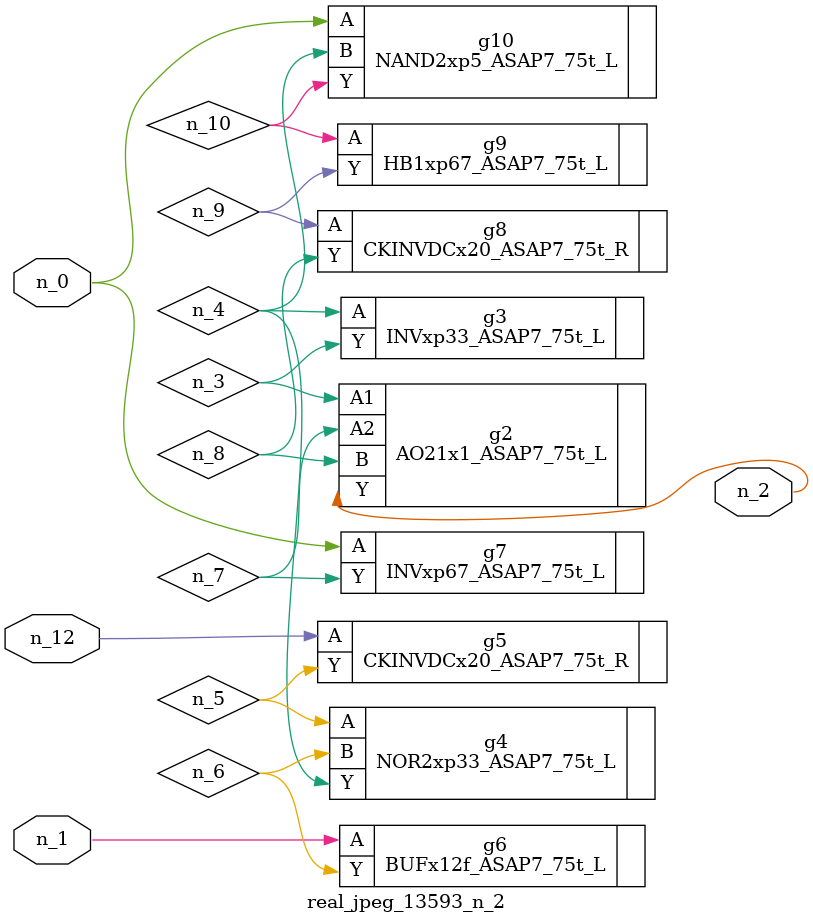
<source format=v>
module real_jpeg_13593_n_2 (n_12, n_1, n_0, n_2);

input n_12;
input n_1;
input n_0;

output n_2;

wire n_5;
wire n_4;
wire n_8;
wire n_6;
wire n_7;
wire n_3;
wire n_10;
wire n_9;

INVxp67_ASAP7_75t_L g7 ( 
.A(n_0),
.Y(n_7)
);

NAND2xp5_ASAP7_75t_L g10 ( 
.A(n_0),
.B(n_4),
.Y(n_10)
);

BUFx12f_ASAP7_75t_L g6 ( 
.A(n_1),
.Y(n_6)
);

AO21x1_ASAP7_75t_L g2 ( 
.A1(n_3),
.A2(n_7),
.B(n_8),
.Y(n_2)
);

INVxp33_ASAP7_75t_L g3 ( 
.A(n_4),
.Y(n_3)
);

NOR2xp33_ASAP7_75t_L g4 ( 
.A(n_5),
.B(n_6),
.Y(n_4)
);

CKINVDCx20_ASAP7_75t_R g8 ( 
.A(n_9),
.Y(n_8)
);

HB1xp67_ASAP7_75t_L g9 ( 
.A(n_10),
.Y(n_9)
);

CKINVDCx20_ASAP7_75t_R g5 ( 
.A(n_12),
.Y(n_5)
);


endmodule
</source>
